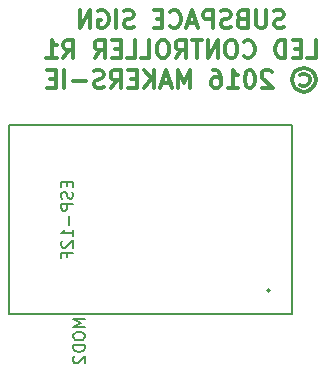
<source format=gbo>
G04 #@! TF.FileFunction,Legend,Bot*
%FSLAX46Y46*%
G04 Gerber Fmt 4.6, Leading zero omitted, Abs format (unit mm)*
G04 Created by KiCad (PCBNEW 4.0.3-stable) date 10/10/16 00:03:39*
%MOMM*%
%LPD*%
G01*
G04 APERTURE LIST*
%ADD10C,0.100000*%
%ADD11C,0.300000*%
%ADD12C,0.200000*%
%ADD13C,0.150000*%
G04 APERTURE END LIST*
D10*
D11*
X23410571Y-8471143D02*
X23196285Y-8542571D01*
X22839142Y-8542571D01*
X22696285Y-8471143D01*
X22624856Y-8399714D01*
X22553428Y-8256857D01*
X22553428Y-8114000D01*
X22624856Y-7971143D01*
X22696285Y-7899714D01*
X22839142Y-7828286D01*
X23124856Y-7756857D01*
X23267714Y-7685429D01*
X23339142Y-7614000D01*
X23410571Y-7471143D01*
X23410571Y-7328286D01*
X23339142Y-7185429D01*
X23267714Y-7114000D01*
X23124856Y-7042571D01*
X22767714Y-7042571D01*
X22553428Y-7114000D01*
X21910571Y-7042571D02*
X21910571Y-8256857D01*
X21839143Y-8399714D01*
X21767714Y-8471143D01*
X21624857Y-8542571D01*
X21339143Y-8542571D01*
X21196285Y-8471143D01*
X21124857Y-8399714D01*
X21053428Y-8256857D01*
X21053428Y-7042571D01*
X19839142Y-7756857D02*
X19624856Y-7828286D01*
X19553428Y-7899714D01*
X19481999Y-8042571D01*
X19481999Y-8256857D01*
X19553428Y-8399714D01*
X19624856Y-8471143D01*
X19767714Y-8542571D01*
X20339142Y-8542571D01*
X20339142Y-7042571D01*
X19839142Y-7042571D01*
X19696285Y-7114000D01*
X19624856Y-7185429D01*
X19553428Y-7328286D01*
X19553428Y-7471143D01*
X19624856Y-7614000D01*
X19696285Y-7685429D01*
X19839142Y-7756857D01*
X20339142Y-7756857D01*
X18910571Y-8471143D02*
X18696285Y-8542571D01*
X18339142Y-8542571D01*
X18196285Y-8471143D01*
X18124856Y-8399714D01*
X18053428Y-8256857D01*
X18053428Y-8114000D01*
X18124856Y-7971143D01*
X18196285Y-7899714D01*
X18339142Y-7828286D01*
X18624856Y-7756857D01*
X18767714Y-7685429D01*
X18839142Y-7614000D01*
X18910571Y-7471143D01*
X18910571Y-7328286D01*
X18839142Y-7185429D01*
X18767714Y-7114000D01*
X18624856Y-7042571D01*
X18267714Y-7042571D01*
X18053428Y-7114000D01*
X17410571Y-8542571D02*
X17410571Y-7042571D01*
X16839143Y-7042571D01*
X16696285Y-7114000D01*
X16624857Y-7185429D01*
X16553428Y-7328286D01*
X16553428Y-7542571D01*
X16624857Y-7685429D01*
X16696285Y-7756857D01*
X16839143Y-7828286D01*
X17410571Y-7828286D01*
X15982000Y-8114000D02*
X15267714Y-8114000D01*
X16124857Y-8542571D02*
X15624857Y-7042571D01*
X15124857Y-8542571D01*
X13767714Y-8399714D02*
X13839143Y-8471143D01*
X14053429Y-8542571D01*
X14196286Y-8542571D01*
X14410571Y-8471143D01*
X14553429Y-8328286D01*
X14624857Y-8185429D01*
X14696286Y-7899714D01*
X14696286Y-7685429D01*
X14624857Y-7399714D01*
X14553429Y-7256857D01*
X14410571Y-7114000D01*
X14196286Y-7042571D01*
X14053429Y-7042571D01*
X13839143Y-7114000D01*
X13767714Y-7185429D01*
X13124857Y-7756857D02*
X12624857Y-7756857D01*
X12410571Y-8542571D02*
X13124857Y-8542571D01*
X13124857Y-7042571D01*
X12410571Y-7042571D01*
X10696286Y-8471143D02*
X10482000Y-8542571D01*
X10124857Y-8542571D01*
X9982000Y-8471143D01*
X9910571Y-8399714D01*
X9839143Y-8256857D01*
X9839143Y-8114000D01*
X9910571Y-7971143D01*
X9982000Y-7899714D01*
X10124857Y-7828286D01*
X10410571Y-7756857D01*
X10553429Y-7685429D01*
X10624857Y-7614000D01*
X10696286Y-7471143D01*
X10696286Y-7328286D01*
X10624857Y-7185429D01*
X10553429Y-7114000D01*
X10410571Y-7042571D01*
X10053429Y-7042571D01*
X9839143Y-7114000D01*
X9196286Y-8542571D02*
X9196286Y-7042571D01*
X7696286Y-7114000D02*
X7839143Y-7042571D01*
X8053429Y-7042571D01*
X8267714Y-7114000D01*
X8410572Y-7256857D01*
X8482000Y-7399714D01*
X8553429Y-7685429D01*
X8553429Y-7899714D01*
X8482000Y-8185429D01*
X8410572Y-8328286D01*
X8267714Y-8471143D01*
X8053429Y-8542571D01*
X7910572Y-8542571D01*
X7696286Y-8471143D01*
X7624857Y-8399714D01*
X7624857Y-7899714D01*
X7910572Y-7899714D01*
X6982000Y-8542571D02*
X6982000Y-7042571D01*
X6124857Y-8542571D01*
X6124857Y-7042571D01*
X25374857Y-11092571D02*
X26089143Y-11092571D01*
X26089143Y-9592571D01*
X24874857Y-10306857D02*
X24374857Y-10306857D01*
X24160571Y-11092571D02*
X24874857Y-11092571D01*
X24874857Y-9592571D01*
X24160571Y-9592571D01*
X23517714Y-11092571D02*
X23517714Y-9592571D01*
X23160571Y-9592571D01*
X22946286Y-9664000D01*
X22803428Y-9806857D01*
X22732000Y-9949714D01*
X22660571Y-10235429D01*
X22660571Y-10449714D01*
X22732000Y-10735429D01*
X22803428Y-10878286D01*
X22946286Y-11021143D01*
X23160571Y-11092571D01*
X23517714Y-11092571D01*
X20017714Y-10949714D02*
X20089143Y-11021143D01*
X20303429Y-11092571D01*
X20446286Y-11092571D01*
X20660571Y-11021143D01*
X20803429Y-10878286D01*
X20874857Y-10735429D01*
X20946286Y-10449714D01*
X20946286Y-10235429D01*
X20874857Y-9949714D01*
X20803429Y-9806857D01*
X20660571Y-9664000D01*
X20446286Y-9592571D01*
X20303429Y-9592571D01*
X20089143Y-9664000D01*
X20017714Y-9735429D01*
X19089143Y-9592571D02*
X18803429Y-9592571D01*
X18660571Y-9664000D01*
X18517714Y-9806857D01*
X18446286Y-10092571D01*
X18446286Y-10592571D01*
X18517714Y-10878286D01*
X18660571Y-11021143D01*
X18803429Y-11092571D01*
X19089143Y-11092571D01*
X19232000Y-11021143D01*
X19374857Y-10878286D01*
X19446286Y-10592571D01*
X19446286Y-10092571D01*
X19374857Y-9806857D01*
X19232000Y-9664000D01*
X19089143Y-9592571D01*
X17803428Y-11092571D02*
X17803428Y-9592571D01*
X16946285Y-11092571D01*
X16946285Y-9592571D01*
X16446285Y-9592571D02*
X15589142Y-9592571D01*
X16017713Y-11092571D02*
X16017713Y-9592571D01*
X14231999Y-11092571D02*
X14731999Y-10378286D01*
X15089142Y-11092571D02*
X15089142Y-9592571D01*
X14517714Y-9592571D01*
X14374856Y-9664000D01*
X14303428Y-9735429D01*
X14231999Y-9878286D01*
X14231999Y-10092571D01*
X14303428Y-10235429D01*
X14374856Y-10306857D01*
X14517714Y-10378286D01*
X15089142Y-10378286D01*
X13303428Y-9592571D02*
X13017714Y-9592571D01*
X12874856Y-9664000D01*
X12731999Y-9806857D01*
X12660571Y-10092571D01*
X12660571Y-10592571D01*
X12731999Y-10878286D01*
X12874856Y-11021143D01*
X13017714Y-11092571D01*
X13303428Y-11092571D01*
X13446285Y-11021143D01*
X13589142Y-10878286D01*
X13660571Y-10592571D01*
X13660571Y-10092571D01*
X13589142Y-9806857D01*
X13446285Y-9664000D01*
X13303428Y-9592571D01*
X11303427Y-11092571D02*
X12017713Y-11092571D01*
X12017713Y-9592571D01*
X10089141Y-11092571D02*
X10803427Y-11092571D01*
X10803427Y-9592571D01*
X9589141Y-10306857D02*
X9089141Y-10306857D01*
X8874855Y-11092571D02*
X9589141Y-11092571D01*
X9589141Y-9592571D01*
X8874855Y-9592571D01*
X7374855Y-11092571D02*
X7874855Y-10378286D01*
X8231998Y-11092571D02*
X8231998Y-9592571D01*
X7660570Y-9592571D01*
X7517712Y-9664000D01*
X7446284Y-9735429D01*
X7374855Y-9878286D01*
X7374855Y-10092571D01*
X7446284Y-10235429D01*
X7517712Y-10306857D01*
X7660570Y-10378286D01*
X8231998Y-10378286D01*
X4731998Y-11092571D02*
X5231998Y-10378286D01*
X5589141Y-11092571D02*
X5589141Y-9592571D01*
X5017713Y-9592571D01*
X4874855Y-9664000D01*
X4803427Y-9735429D01*
X4731998Y-9878286D01*
X4731998Y-10092571D01*
X4803427Y-10235429D01*
X4874855Y-10306857D01*
X5017713Y-10378286D01*
X5589141Y-10378286D01*
X3303427Y-11092571D02*
X4160570Y-11092571D01*
X3731998Y-11092571D02*
X3731998Y-9592571D01*
X3874855Y-9806857D01*
X4017713Y-9949714D01*
X4160570Y-10021143D01*
X24803427Y-12499714D02*
X24946285Y-12428286D01*
X25231999Y-12428286D01*
X25374856Y-12499714D01*
X25517713Y-12642571D01*
X25589142Y-12785429D01*
X25589142Y-13071143D01*
X25517713Y-13214000D01*
X25374856Y-13356857D01*
X25231999Y-13428286D01*
X24946285Y-13428286D01*
X24803427Y-13356857D01*
X25089142Y-11928286D02*
X25446285Y-11999714D01*
X25803427Y-12214000D01*
X26017713Y-12571143D01*
X26089142Y-12928286D01*
X26017713Y-13285429D01*
X25803427Y-13642571D01*
X25446285Y-13856857D01*
X25089142Y-13928286D01*
X24731999Y-13856857D01*
X24374856Y-13642571D01*
X24160570Y-13285429D01*
X24089142Y-12928286D01*
X24160570Y-12571143D01*
X24374856Y-12214000D01*
X24731999Y-11999714D01*
X25089142Y-11928286D01*
X22374856Y-12285429D02*
X22303427Y-12214000D01*
X22160570Y-12142571D01*
X21803427Y-12142571D01*
X21660570Y-12214000D01*
X21589141Y-12285429D01*
X21517713Y-12428286D01*
X21517713Y-12571143D01*
X21589141Y-12785429D01*
X22446284Y-13642571D01*
X21517713Y-13642571D01*
X20589142Y-12142571D02*
X20446285Y-12142571D01*
X20303428Y-12214000D01*
X20231999Y-12285429D01*
X20160570Y-12428286D01*
X20089142Y-12714000D01*
X20089142Y-13071143D01*
X20160570Y-13356857D01*
X20231999Y-13499714D01*
X20303428Y-13571143D01*
X20446285Y-13642571D01*
X20589142Y-13642571D01*
X20731999Y-13571143D01*
X20803428Y-13499714D01*
X20874856Y-13356857D01*
X20946285Y-13071143D01*
X20946285Y-12714000D01*
X20874856Y-12428286D01*
X20803428Y-12285429D01*
X20731999Y-12214000D01*
X20589142Y-12142571D01*
X18660571Y-13642571D02*
X19517714Y-13642571D01*
X19089142Y-13642571D02*
X19089142Y-12142571D01*
X19231999Y-12356857D01*
X19374857Y-12499714D01*
X19517714Y-12571143D01*
X17374857Y-12142571D02*
X17660571Y-12142571D01*
X17803428Y-12214000D01*
X17874857Y-12285429D01*
X18017714Y-12499714D01*
X18089143Y-12785429D01*
X18089143Y-13356857D01*
X18017714Y-13499714D01*
X17946286Y-13571143D01*
X17803428Y-13642571D01*
X17517714Y-13642571D01*
X17374857Y-13571143D01*
X17303428Y-13499714D01*
X17232000Y-13356857D01*
X17232000Y-12999714D01*
X17303428Y-12856857D01*
X17374857Y-12785429D01*
X17517714Y-12714000D01*
X17803428Y-12714000D01*
X17946286Y-12785429D01*
X18017714Y-12856857D01*
X18089143Y-12999714D01*
X15446286Y-13642571D02*
X15446286Y-12142571D01*
X14946286Y-13214000D01*
X14446286Y-12142571D01*
X14446286Y-13642571D01*
X13803429Y-13214000D02*
X13089143Y-13214000D01*
X13946286Y-13642571D02*
X13446286Y-12142571D01*
X12946286Y-13642571D01*
X12446286Y-13642571D02*
X12446286Y-12142571D01*
X11589143Y-13642571D02*
X12232000Y-12785429D01*
X11589143Y-12142571D02*
X12446286Y-12999714D01*
X10946286Y-12856857D02*
X10446286Y-12856857D01*
X10232000Y-13642571D02*
X10946286Y-13642571D01*
X10946286Y-12142571D01*
X10232000Y-12142571D01*
X8732000Y-13642571D02*
X9232000Y-12928286D01*
X9589143Y-13642571D02*
X9589143Y-12142571D01*
X9017715Y-12142571D01*
X8874857Y-12214000D01*
X8803429Y-12285429D01*
X8732000Y-12428286D01*
X8732000Y-12642571D01*
X8803429Y-12785429D01*
X8874857Y-12856857D01*
X9017715Y-12928286D01*
X9589143Y-12928286D01*
X8160572Y-13571143D02*
X7946286Y-13642571D01*
X7589143Y-13642571D01*
X7446286Y-13571143D01*
X7374857Y-13499714D01*
X7303429Y-13356857D01*
X7303429Y-13214000D01*
X7374857Y-13071143D01*
X7446286Y-12999714D01*
X7589143Y-12928286D01*
X7874857Y-12856857D01*
X8017715Y-12785429D01*
X8089143Y-12714000D01*
X8160572Y-12571143D01*
X8160572Y-12428286D01*
X8089143Y-12285429D01*
X8017715Y-12214000D01*
X7874857Y-12142571D01*
X7517715Y-12142571D01*
X7303429Y-12214000D01*
X6660572Y-13071143D02*
X5517715Y-13071143D01*
X4803429Y-13642571D02*
X4803429Y-12142571D01*
X4089143Y-12856857D02*
X3589143Y-12856857D01*
X3374857Y-13642571D02*
X4089143Y-13642571D01*
X4089143Y-12142571D01*
X3374857Y-12142571D01*
D12*
X22198000Y-30766000D02*
G75*
G03X22198000Y-30766000I-100000J0D01*
G01*
D13*
X24098000Y-32766000D02*
X98000Y-32766000D01*
X98000Y-32766000D02*
X98000Y-16766000D01*
X98000Y-16766000D02*
X24098000Y-16766000D01*
X24098000Y-16766000D02*
X24098000Y-32766000D01*
X6548381Y-33218667D02*
X5548381Y-33218667D01*
X6262667Y-33552001D01*
X5548381Y-33885334D01*
X6548381Y-33885334D01*
X5548381Y-34552000D02*
X5548381Y-34742477D01*
X5596000Y-34837715D01*
X5691238Y-34932953D01*
X5881714Y-34980572D01*
X6215048Y-34980572D01*
X6405524Y-34932953D01*
X6500762Y-34837715D01*
X6548381Y-34742477D01*
X6548381Y-34552000D01*
X6500762Y-34456762D01*
X6405524Y-34361524D01*
X6215048Y-34313905D01*
X5881714Y-34313905D01*
X5691238Y-34361524D01*
X5596000Y-34456762D01*
X5548381Y-34552000D01*
X6548381Y-35409143D02*
X5548381Y-35409143D01*
X5548381Y-35647238D01*
X5596000Y-35790096D01*
X5691238Y-35885334D01*
X5786476Y-35932953D01*
X5976952Y-35980572D01*
X6119810Y-35980572D01*
X6310286Y-35932953D01*
X6405524Y-35885334D01*
X6500762Y-35790096D01*
X6548381Y-35647238D01*
X6548381Y-35409143D01*
X5643619Y-36361524D02*
X5596000Y-36409143D01*
X5548381Y-36504381D01*
X5548381Y-36742477D01*
X5596000Y-36837715D01*
X5643619Y-36885334D01*
X5738857Y-36932953D01*
X5834095Y-36932953D01*
X5976952Y-36885334D01*
X6548381Y-36313905D01*
X6548381Y-36932953D01*
X5026571Y-21575524D02*
X5026571Y-21908858D01*
X5550381Y-22051715D02*
X5550381Y-21575524D01*
X4550381Y-21575524D01*
X4550381Y-22051715D01*
X5502762Y-22432667D02*
X5550381Y-22575524D01*
X5550381Y-22813620D01*
X5502762Y-22908858D01*
X5455143Y-22956477D01*
X5359905Y-23004096D01*
X5264667Y-23004096D01*
X5169429Y-22956477D01*
X5121810Y-22908858D01*
X5074190Y-22813620D01*
X5026571Y-22623143D01*
X4978952Y-22527905D01*
X4931333Y-22480286D01*
X4836095Y-22432667D01*
X4740857Y-22432667D01*
X4645619Y-22480286D01*
X4598000Y-22527905D01*
X4550381Y-22623143D01*
X4550381Y-22861239D01*
X4598000Y-23004096D01*
X5550381Y-23432667D02*
X4550381Y-23432667D01*
X4550381Y-23813620D01*
X4598000Y-23908858D01*
X4645619Y-23956477D01*
X4740857Y-24004096D01*
X4883714Y-24004096D01*
X4978952Y-23956477D01*
X5026571Y-23908858D01*
X5074190Y-23813620D01*
X5074190Y-23432667D01*
X5169429Y-24432667D02*
X5169429Y-25194572D01*
X5550381Y-26194572D02*
X5550381Y-25623143D01*
X5550381Y-25908857D02*
X4550381Y-25908857D01*
X4693238Y-25813619D01*
X4788476Y-25718381D01*
X4836095Y-25623143D01*
X4645619Y-26575524D02*
X4598000Y-26623143D01*
X4550381Y-26718381D01*
X4550381Y-26956477D01*
X4598000Y-27051715D01*
X4645619Y-27099334D01*
X4740857Y-27146953D01*
X4836095Y-27146953D01*
X4978952Y-27099334D01*
X5550381Y-26527905D01*
X5550381Y-27146953D01*
X5026571Y-27908858D02*
X5026571Y-27575524D01*
X5550381Y-27575524D02*
X4550381Y-27575524D01*
X4550381Y-28051715D01*
M02*

</source>
